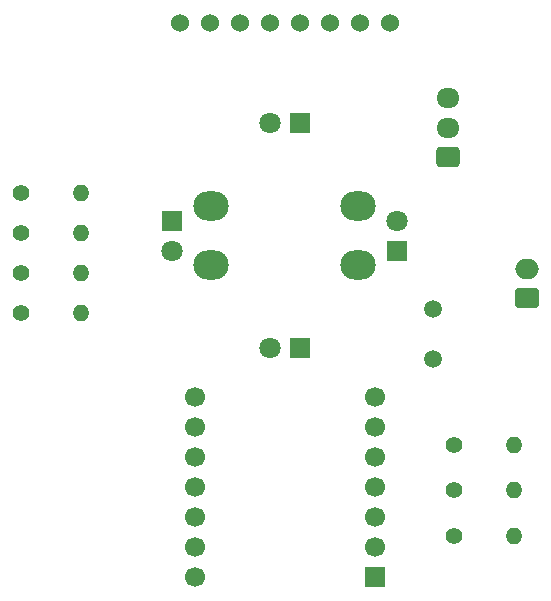
<source format=gbr>
%TF.GenerationSoftware,KiCad,Pcbnew,8.0.3-8.0.3-0~ubuntu22.04.1*%
%TF.CreationDate,2024-06-11T22:30:15+02:00*%
%TF.ProjectId,Air_PCB,4169725f-5043-4422-9e6b-696361645f70,rev?*%
%TF.SameCoordinates,Original*%
%TF.FileFunction,Soldermask,Top*%
%TF.FilePolarity,Negative*%
%FSLAX46Y46*%
G04 Gerber Fmt 4.6, Leading zero omitted, Abs format (unit mm)*
G04 Created by KiCad (PCBNEW 8.0.3-8.0.3-0~ubuntu22.04.1) date 2024-06-11 22:30:15*
%MOMM*%
%LPD*%
G01*
G04 APERTURE LIST*
G04 Aperture macros list*
%AMRoundRect*
0 Rectangle with rounded corners*
0 $1 Rounding radius*
0 $2 $3 $4 $5 $6 $7 $8 $9 X,Y pos of 4 corners*
0 Add a 4 corners polygon primitive as box body*
4,1,4,$2,$3,$4,$5,$6,$7,$8,$9,$2,$3,0*
0 Add four circle primitives for the rounded corners*
1,1,$1+$1,$2,$3*
1,1,$1+$1,$4,$5*
1,1,$1+$1,$6,$7*
1,1,$1+$1,$8,$9*
0 Add four rect primitives between the rounded corners*
20,1,$1+$1,$2,$3,$4,$5,0*
20,1,$1+$1,$4,$5,$6,$7,0*
20,1,$1+$1,$6,$7,$8,$9,0*
20,1,$1+$1,$8,$9,$2,$3,0*%
G04 Aperture macros list end*
%ADD10O,3.000000X2.500000*%
%ADD11C,1.400000*%
%ADD12O,1.400000X1.400000*%
%ADD13C,1.500000*%
%ADD14RoundRect,0.250000X0.725000X-0.600000X0.725000X0.600000X-0.725000X0.600000X-0.725000X-0.600000X0*%
%ADD15O,1.950000X1.700000*%
%ADD16R,1.800000X1.800000*%
%ADD17C,1.800000*%
%ADD18C,1.524000*%
%ADD19C,1.700000*%
%ADD20R,1.700000X1.700000*%
%ADD21RoundRect,0.250000X0.750000X-0.600000X0.750000X0.600000X-0.750000X0.600000X-0.750000X-0.600000X0*%
%ADD22O,2.000000X1.700000*%
G04 APERTURE END LIST*
D10*
%TO.C,SW1*%
X133750000Y-117500000D03*
X146250000Y-117500000D03*
X133750000Y-122500000D03*
X146250000Y-122500000D03*
%TD*%
D11*
%TO.C,R6*%
X117710000Y-126550000D03*
D12*
X122790000Y-126550000D03*
%TD*%
D11*
%TO.C,R5*%
X117710000Y-123150000D03*
D12*
X122790000Y-123150000D03*
%TD*%
D13*
%TO.C,-1*%
X152600000Y-130450000D03*
%TD*%
D14*
%TO.C,SWITCH*%
X153800000Y-113350000D03*
D15*
X153800000Y-110850000D03*
X153800000Y-108350000D03*
%TD*%
D11*
%TO.C,R7*%
X117710000Y-116350000D03*
D12*
X122790000Y-116350000D03*
%TD*%
D11*
%TO.C,R4*%
X117710000Y-119750000D03*
D12*
X122790000Y-119750000D03*
%TD*%
D16*
%TO.C,D3*%
X130500000Y-118725000D03*
D17*
X130500000Y-121265000D03*
%TD*%
D11*
%TO.C,R1*%
X154300000Y-137700000D03*
D12*
X159380000Y-137700000D03*
%TD*%
D11*
%TO.C,R2*%
X154300000Y-141550000D03*
D12*
X159380000Y-141550000D03*
%TD*%
D18*
%TO.C,U1*%
X148890000Y-101996000D03*
X146350000Y-101996000D03*
X143810000Y-101996000D03*
X141270000Y-101996000D03*
X138730000Y-101996000D03*
X136190000Y-101996000D03*
X133650000Y-101996000D03*
X131110000Y-101996000D03*
%TD*%
D19*
%TO.C,M1*%
X132375000Y-148870000D03*
X132375000Y-146330000D03*
X132375000Y-143790000D03*
X132375000Y-141250000D03*
X132375000Y-138710000D03*
X132375000Y-136170000D03*
X132375000Y-133630000D03*
X147625000Y-133630000D03*
X147625000Y-136170000D03*
X147625000Y-138710000D03*
X147625000Y-141250000D03*
X147625000Y-143790000D03*
X147625000Y-146330000D03*
D20*
X147625000Y-148870000D03*
%TD*%
D16*
%TO.C,D4*%
X141275000Y-110500000D03*
D17*
X138735000Y-110500000D03*
%TD*%
D21*
%TO.C,BATTERY*%
X160475000Y-125300000D03*
D22*
X160475000Y-122800000D03*
%TD*%
D16*
%TO.C,D2*%
X141275000Y-129500000D03*
D17*
X138735000Y-129500000D03*
%TD*%
D16*
%TO.C,D1*%
X149500000Y-121275000D03*
D17*
X149500000Y-118735000D03*
%TD*%
D13*
%TO.C,+1*%
X152600000Y-126200000D03*
%TD*%
D11*
%TO.C,R3*%
X154300000Y-145400000D03*
D12*
X159380000Y-145400000D03*
%TD*%
M02*

</source>
